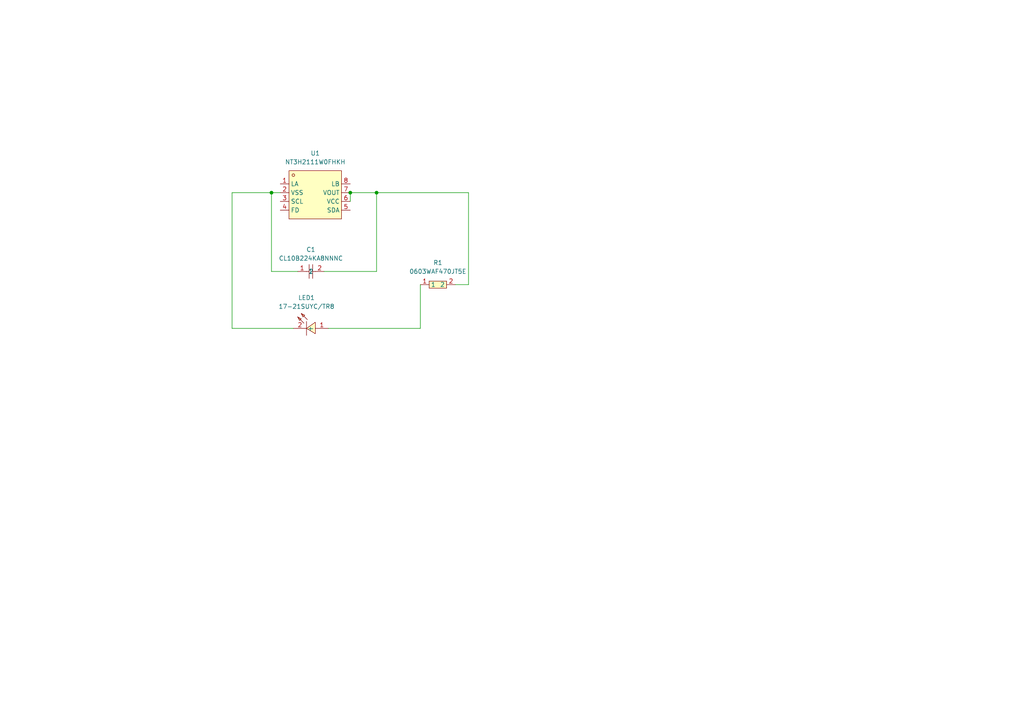
<source format=kicad_sch>
(kicad_sch
	(version 20250114)
	(generator "eeschema")
	(generator_version "9.0")
	(uuid "402a5319-a03a-4ec5-b55a-c3693a835a4f")
	(paper "A4")
	(lib_symbols
		(symbol "EasyEDA:0603WAF470JT5E"
			(exclude_from_sim no)
			(in_bom yes)
			(on_board yes)
			(property "Reference" "R"
				(at 0 5.08 0)
				(effects
					(font
						(size 1.27 1.27)
					)
				)
			)
			(property "Value" "0603WAF470JT5E"
				(at 0 -5.08 0)
				(effects
					(font
						(size 1.27 1.27)
					)
				)
			)
			(property "Footprint" "EasyEDA:R0603"
				(at 0 -7.62 0)
				(effects
					(font
						(size 1.27 1.27)
					)
					(hide yes)
				)
			)
			(property "Datasheet" "https://lcsc.com/product-detail/Chip-Resistor-Surface-Mount-UniOhm_47R-47R0-1_C23182.html"
				(at 0 -10.16 0)
				(effects
					(font
						(size 1.27 1.27)
					)
					(hide yes)
				)
			)
			(property "Description" ""
				(at 0 0 0)
				(effects
					(font
						(size 1.27 1.27)
					)
					(hide yes)
				)
			)
			(property "LCSC Part" "C23182"
				(at 0 -12.7 0)
				(effects
					(font
						(size 1.27 1.27)
					)
					(hide yes)
				)
			)
			(symbol "0603WAF470JT5E_0_1"
				(rectangle
					(start -2.54 1.02)
					(end 2.54 -1.02)
					(stroke
						(width 0)
						(type default)
					)
					(fill
						(type background)
					)
				)
				(pin input line
					(at -5.08 0 0)
					(length 2.54)
					(name "1"
						(effects
							(font
								(size 1.27 1.27)
							)
						)
					)
					(number "1"
						(effects
							(font
								(size 1.27 1.27)
							)
						)
					)
				)
				(pin input line
					(at 5.08 0 180)
					(length 2.54)
					(name "2"
						(effects
							(font
								(size 1.27 1.27)
							)
						)
					)
					(number "2"
						(effects
							(font
								(size 1.27 1.27)
							)
						)
					)
				)
			)
			(embedded_fonts no)
		)
		(symbol "EasyEDA:17-21SUYC_TR8"
			(exclude_from_sim no)
			(in_bom yes)
			(on_board yes)
			(property "Reference" "LED"
				(at 0 5.08 0)
				(effects
					(font
						(size 1.27 1.27)
					)
				)
			)
			(property "Value" "17-21SUYC/TR8"
				(at 0 -5.08 0)
				(effects
					(font
						(size 1.27 1.27)
					)
				)
			)
			(property "Footprint" "EasyEDA:LED0805-R-RD"
				(at 0 -7.62 0)
				(effects
					(font
						(size 1.27 1.27)
					)
					(hide yes)
				)
			)
			(property "Datasheet" "https://lcsc.com/product-detail/Light-Emitting-Diodes-LED_Yellow-light-0805-Highlighted_C2296.html"
				(at 0 -10.16 0)
				(effects
					(font
						(size 1.27 1.27)
					)
					(hide yes)
				)
			)
			(property "Description" ""
				(at 0 0 0)
				(effects
					(font
						(size 1.27 1.27)
					)
					(hide yes)
				)
			)
			(property "LCSC Part" "C2296"
				(at 0 -12.7 0)
				(effects
					(font
						(size 1.27 1.27)
					)
					(hide yes)
				)
			)
			(symbol "17-21SUYC_TR8_0_1"
				(polyline
					(pts
						(xy -3.81 3.3) (xy -2.79 2.79) (xy -3.3 2.29) (xy -3.81 3.3)
					)
					(stroke
						(width 0)
						(type default)
					)
					(fill
						(type background)
					)
				)
				(polyline
					(pts
						(xy -2.79 4.32) (xy -1.78 3.81) (xy -2.29 3.3) (xy -2.79 4.32)
					)
					(stroke
						(width 0)
						(type default)
					)
					(fill
						(type background)
					)
				)
				(polyline
					(pts
						(xy -2.03 1.52) (xy -3.81 3.3)
					)
					(stroke
						(width 0)
						(type default)
					)
					(fill
						(type none)
					)
				)
				(polyline
					(pts
						(xy -1.27 2.03) (xy -1.27 -2.03)
					)
					(stroke
						(width 0)
						(type default)
					)
					(fill
						(type none)
					)
				)
				(polyline
					(pts
						(xy -1.02 2.54) (xy -2.79 4.32)
					)
					(stroke
						(width 0)
						(type default)
					)
					(fill
						(type none)
					)
				)
				(polyline
					(pts
						(xy 1.27 -1.52) (xy -1.27 0) (xy 1.27 1.78) (xy 1.27 -1.52)
					)
					(stroke
						(width 0)
						(type default)
					)
					(fill
						(type background)
					)
				)
				(pin unspecified line
					(at -5.08 0 0)
					(length 3.81)
					(name "-"
						(effects
							(font
								(size 1.27 1.27)
							)
						)
					)
					(number "2"
						(effects
							(font
								(size 1.27 1.27)
							)
						)
					)
				)
				(pin unspecified line
					(at 5.08 0 180)
					(length 3.81)
					(name "+"
						(effects
							(font
								(size 1.27 1.27)
							)
						)
					)
					(number "1"
						(effects
							(font
								(size 1.27 1.27)
							)
						)
					)
				)
			)
			(embedded_fonts no)
		)
		(symbol "EasyEDA:CL10B224KA8NNNC"
			(exclude_from_sim no)
			(in_bom yes)
			(on_board yes)
			(property "Reference" "C"
				(at 0 5.08 0)
				(effects
					(font
						(size 1.27 1.27)
					)
				)
			)
			(property "Value" "CL10B224KA8NNNC"
				(at 0 -5.08 0)
				(effects
					(font
						(size 1.27 1.27)
					)
				)
			)
			(property "Footprint" "EasyEDA:C0603"
				(at 0 -7.62 0)
				(effects
					(font
						(size 1.27 1.27)
					)
					(hide yes)
				)
			)
			(property "Datasheet" "https://lcsc.com/product-detail/Multilayer-Ceramic-Capacitors-MLCC-SMD-SMT_SAMSUNG_CL10B224KA8NNNC_220nF-224-10-25V_C21120.html"
				(at 0 -10.16 0)
				(effects
					(font
						(size 1.27 1.27)
					)
					(hide yes)
				)
			)
			(property "Description" ""
				(at 0 0 0)
				(effects
					(font
						(size 1.27 1.27)
					)
					(hide yes)
				)
			)
			(property "LCSC Part" "C21120"
				(at 0 -12.7 0)
				(effects
					(font
						(size 1.27 1.27)
					)
					(hide yes)
				)
			)
			(symbol "CL10B224KA8NNNC_0_1"
				(polyline
					(pts
						(xy -1.27 0) (xy -0.51 0)
					)
					(stroke
						(width 0)
						(type default)
					)
					(fill
						(type none)
					)
				)
				(polyline
					(pts
						(xy -0.51 2.03) (xy -0.51 -2.03)
					)
					(stroke
						(width 0)
						(type default)
					)
					(fill
						(type none)
					)
				)
				(polyline
					(pts
						(xy 0.51 2.03) (xy 0.51 -2.03)
					)
					(stroke
						(width 0)
						(type default)
					)
					(fill
						(type none)
					)
				)
				(polyline
					(pts
						(xy 0.51 0) (xy 1.27 0)
					)
					(stroke
						(width 0)
						(type default)
					)
					(fill
						(type none)
					)
				)
				(pin input line
					(at -3.81 0 0)
					(length 2.54)
					(name "1"
						(effects
							(font
								(size 1.27 1.27)
							)
						)
					)
					(number "1"
						(effects
							(font
								(size 1.27 1.27)
							)
						)
					)
				)
				(pin input line
					(at 3.81 0 180)
					(length 2.54)
					(name "2"
						(effects
							(font
								(size 1.27 1.27)
							)
						)
					)
					(number "2"
						(effects
							(font
								(size 1.27 1.27)
							)
						)
					)
				)
			)
			(embedded_fonts no)
		)
		(symbol "EasyEDA:NT3H2111W0FHKH"
			(exclude_from_sim no)
			(in_bom yes)
			(on_board yes)
			(property "Reference" "U"
				(at 0 8.89 0)
				(effects
					(font
						(size 1.27 1.27)
					)
				)
			)
			(property "Value" "NT3H2111W0FHKH"
				(at 0 -8.89 0)
				(effects
					(font
						(size 1.27 1.27)
					)
				)
			)
			(property "Footprint" "EasyEDA:XQFN-8_L1.6-W1.6-P0.50-BL_NT3H2111W0FHKH"
				(at 0 -11.43 0)
				(effects
					(font
						(size 1.27 1.27)
					)
					(hide yes)
				)
			)
			(property "Datasheet" ""
				(at 0 0 0)
				(effects
					(font
						(size 1.27 1.27)
					)
					(hide yes)
				)
			)
			(property "Description" ""
				(at 0 0 0)
				(effects
					(font
						(size 1.27 1.27)
					)
					(hide yes)
				)
			)
			(property "LCSC Part" "C710403"
				(at 0 -13.97 0)
				(effects
					(font
						(size 1.27 1.27)
					)
					(hide yes)
				)
			)
			(symbol "NT3H2111W0FHKH_0_1"
				(rectangle
					(start -7.62 7.62)
					(end 7.62 -6.35)
					(stroke
						(width 0)
						(type default)
					)
					(fill
						(type background)
					)
				)
				(circle
					(center -6.35 6.35)
					(radius 0.38)
					(stroke
						(width 0)
						(type default)
					)
					(fill
						(type none)
					)
				)
				(pin unspecified line
					(at -10.16 3.81 0)
					(length 2.54)
					(name "LA"
						(effects
							(font
								(size 1.27 1.27)
							)
						)
					)
					(number "1"
						(effects
							(font
								(size 1.27 1.27)
							)
						)
					)
				)
				(pin unspecified line
					(at -10.16 1.27 0)
					(length 2.54)
					(name "VSS"
						(effects
							(font
								(size 1.27 1.27)
							)
						)
					)
					(number "2"
						(effects
							(font
								(size 1.27 1.27)
							)
						)
					)
				)
				(pin unspecified line
					(at -10.16 -1.27 0)
					(length 2.54)
					(name "SCL"
						(effects
							(font
								(size 1.27 1.27)
							)
						)
					)
					(number "3"
						(effects
							(font
								(size 1.27 1.27)
							)
						)
					)
				)
				(pin unspecified line
					(at -10.16 -3.81 0)
					(length 2.54)
					(name "FD"
						(effects
							(font
								(size 1.27 1.27)
							)
						)
					)
					(number "4"
						(effects
							(font
								(size 1.27 1.27)
							)
						)
					)
				)
				(pin unspecified line
					(at 10.16 3.81 180)
					(length 2.54)
					(name "LB"
						(effects
							(font
								(size 1.27 1.27)
							)
						)
					)
					(number "8"
						(effects
							(font
								(size 1.27 1.27)
							)
						)
					)
				)
				(pin unspecified line
					(at 10.16 1.27 180)
					(length 2.54)
					(name "VOUT"
						(effects
							(font
								(size 1.27 1.27)
							)
						)
					)
					(number "7"
						(effects
							(font
								(size 1.27 1.27)
							)
						)
					)
				)
				(pin unspecified line
					(at 10.16 -1.27 180)
					(length 2.54)
					(name "VCC"
						(effects
							(font
								(size 1.27 1.27)
							)
						)
					)
					(number "6"
						(effects
							(font
								(size 1.27 1.27)
							)
						)
					)
				)
				(pin unspecified line
					(at 10.16 -3.81 180)
					(length 2.54)
					(name "SDA"
						(effects
							(font
								(size 1.27 1.27)
							)
						)
					)
					(number "5"
						(effects
							(font
								(size 1.27 1.27)
							)
						)
					)
				)
			)
			(embedded_fonts no)
		)
	)
	(junction
		(at 109.22 55.88)
		(diameter 0)
		(color 0 0 0 0)
		(uuid "17f33d56-c119-4575-b54a-36f19a51a66d")
	)
	(junction
		(at 78.74 55.88)
		(diameter 0)
		(color 0 0 0 0)
		(uuid "d6bebd60-35df-4a11-9cd2-88eef37845a0")
	)
	(junction
		(at 101.6 55.88)
		(diameter 0)
		(color 0 0 0 0)
		(uuid "d9d4e435-a7d4-43ab-8d11-0df63164a4dd")
	)
	(wire
		(pts
			(xy 132.08 82.55) (xy 135.89 82.55)
		)
		(stroke
			(width 0)
			(type default)
		)
		(uuid "06f40b98-9d89-46e8-8b68-007df08d66c1")
	)
	(wire
		(pts
			(xy 67.31 55.88) (xy 78.74 55.88)
		)
		(stroke
			(width 0)
			(type default)
		)
		(uuid "1d8f02d6-bb1f-41c0-ac80-d5aff79a68d2")
	)
	(wire
		(pts
			(xy 101.6 55.88) (xy 101.6 58.42)
		)
		(stroke
			(width 0)
			(type default)
		)
		(uuid "1f89c6e2-7c40-465e-85a0-51ae7444b506")
	)
	(wire
		(pts
			(xy 109.22 55.88) (xy 135.89 55.88)
		)
		(stroke
			(width 0)
			(type default)
		)
		(uuid "2a8149e2-afd2-4df2-915b-4fc986552cef")
	)
	(wire
		(pts
			(xy 121.92 95.25) (xy 121.92 82.55)
		)
		(stroke
			(width 0)
			(type default)
		)
		(uuid "4eb8390e-ec9c-4cca-b403-27bf8d541843")
	)
	(wire
		(pts
			(xy 135.89 55.88) (xy 135.89 82.55)
		)
		(stroke
			(width 0)
			(type default)
		)
		(uuid "5f2a8e89-7cb0-4bec-a5b9-6b6de574fd68")
	)
	(wire
		(pts
			(xy 78.74 78.74) (xy 86.36 78.74)
		)
		(stroke
			(width 0)
			(type default)
		)
		(uuid "70e7c63c-db44-405e-bea7-96817f72d9df")
	)
	(wire
		(pts
			(xy 109.22 55.88) (xy 109.22 78.74)
		)
		(stroke
			(width 0)
			(type default)
		)
		(uuid "952efc76-a89e-4b27-9eb4-c11ab81b71c1")
	)
	(wire
		(pts
			(xy 67.31 95.25) (xy 67.31 55.88)
		)
		(stroke
			(width 0)
			(type default)
		)
		(uuid "a98596f4-77f2-46d4-86d5-a54e4139eab2")
	)
	(wire
		(pts
			(xy 85.09 95.25) (xy 67.31 95.25)
		)
		(stroke
			(width 0)
			(type default)
		)
		(uuid "c7c53c1b-25e7-45a1-93b6-5c898a2fdae1")
	)
	(wire
		(pts
			(xy 95.25 95.25) (xy 121.92 95.25)
		)
		(stroke
			(width 0)
			(type default)
		)
		(uuid "c96cc78a-176d-45db-ad27-6a6b83bf3bf7")
	)
	(wire
		(pts
			(xy 78.74 55.88) (xy 78.74 78.74)
		)
		(stroke
			(width 0)
			(type default)
		)
		(uuid "cb3d7629-ee42-4830-a976-f8545c506bfa")
	)
	(wire
		(pts
			(xy 101.6 55.88) (xy 109.22 55.88)
		)
		(stroke
			(width 0)
			(type default)
		)
		(uuid "cd803310-8e73-4a30-be12-96362efa7ea0")
	)
	(wire
		(pts
			(xy 78.74 55.88) (xy 81.28 55.88)
		)
		(stroke
			(width 0)
			(type default)
		)
		(uuid "f15b58c3-972e-4adf-8940-bae5cad0cee9")
	)
	(wire
		(pts
			(xy 93.98 78.74) (xy 109.22 78.74)
		)
		(stroke
			(width 0)
			(type default)
		)
		(uuid "fc71e932-6661-4ba5-8cba-9d6ac5d89fac")
	)
	(symbol
		(lib_id "EasyEDA:0603WAF470JT5E")
		(at 127 82.55 0)
		(unit 1)
		(exclude_from_sim no)
		(in_bom yes)
		(on_board yes)
		(dnp no)
		(fields_autoplaced yes)
		(uuid "81cb0fa7-733e-4503-a8fc-fc26c8f3cd73")
		(property "Reference" "R1"
			(at 127 76.2 0)
			(effects
				(font
					(size 1.27 1.27)
				)
			)
		)
		(property "Value" "0603WAF470JT5E"
			(at 127 78.74 0)
			(effects
				(font
					(size 1.27 1.27)
				)
			)
		)
		(property "Footprint" "EasyEDA:R0603"
			(at 127 90.17 0)
			(effects
				(font
					(size 1.27 1.27)
				)
				(hide yes)
			)
		)
		(property "Datasheet" "https://lcsc.com/product-detail/Chip-Resistor-Surface-Mount-UniOhm_47R-47R0-1_C23182.html"
			(at 127 92.71 0)
			(effects
				(font
					(size 1.27 1.27)
				)
				(hide yes)
			)
		)
		(property "Description" ""
			(at 127 82.55 0)
			(effects
				(font
					(size 1.27 1.27)
				)
				(hide yes)
			)
		)
		(property "LCSC Part" "C23182"
			(at 127 95.25 0)
			(effects
				(font
					(size 1.27 1.27)
				)
				(hide yes)
			)
		)
		(pin "2"
			(uuid "44d89a32-1241-4a4a-bb79-71df03167d78")
		)
		(pin "1"
			(uuid "7c4677d5-f472-42df-ad8b-c1435813fd29")
		)
		(instances
			(project ""
				(path "/402a5319-a03a-4ec5-b55a-c3693a835a4f"
					(reference "R1")
					(unit 1)
				)
			)
		)
	)
	(symbol
		(lib_id "EasyEDA:NT3H2111W0FHKH")
		(at 91.44 57.15 0)
		(unit 1)
		(exclude_from_sim no)
		(in_bom yes)
		(on_board yes)
		(dnp no)
		(fields_autoplaced yes)
		(uuid "881ec555-4a12-4612-aaec-df4501c6d38c")
		(property "Reference" "U1"
			(at 91.44 44.45 0)
			(effects
				(font
					(size 1.27 1.27)
				)
			)
		)
		(property "Value" "NT3H2111W0FHKH"
			(at 91.44 46.99 0)
			(effects
				(font
					(size 1.27 1.27)
				)
			)
		)
		(property "Footprint" "EasyEDA:XQFN-8_L1.6-W1.6-P0.50-BL_NT3H2111W0FHKH"
			(at 91.44 68.58 0)
			(effects
				(font
					(size 1.27 1.27)
				)
				(hide yes)
			)
		)
		(property "Datasheet" ""
			(at 91.44 57.15 0)
			(effects
				(font
					(size 1.27 1.27)
				)
				(hide yes)
			)
		)
		(property "Description" ""
			(at 91.44 57.15 0)
			(effects
				(font
					(size 1.27 1.27)
				)
				(hide yes)
			)
		)
		(property "LCSC Part" "C710403"
			(at 91.44 71.12 0)
			(effects
				(font
					(size 1.27 1.27)
				)
				(hide yes)
			)
		)
		(pin "2"
			(uuid "ac070691-a78e-41d2-aa7d-471cd9e046a5")
		)
		(pin "3"
			(uuid "29658c50-de6b-4ce7-b757-a5203b7be3d6")
		)
		(pin "4"
			(uuid "e312b4da-c061-41f7-a07e-4d3e505cae47")
		)
		(pin "8"
			(uuid "3c66a0d9-1a67-4d53-a153-c3e4862194eb")
		)
		(pin "7"
			(uuid "f339dd17-9f66-4f9b-bd02-6c637aade35a")
		)
		(pin "6"
			(uuid "93c19c94-b086-43c3-a006-f4dadfef61f6")
		)
		(pin "5"
			(uuid "3b06a967-2f27-4904-bc41-60f09d4d42e5")
		)
		(pin "1"
			(uuid "c03a95a7-e8d9-4ec7-b363-72dce6623cb1")
		)
		(instances
			(project ""
				(path "/402a5319-a03a-4ec5-b55a-c3693a835a4f"
					(reference "U1")
					(unit 1)
				)
			)
		)
	)
	(symbol
		(lib_id "EasyEDA:CL10B224KA8NNNC")
		(at 90.17 78.74 0)
		(unit 1)
		(exclude_from_sim no)
		(in_bom yes)
		(on_board yes)
		(dnp no)
		(fields_autoplaced yes)
		(uuid "92fab0c9-d1ea-4116-b35a-fd642083ee73")
		(property "Reference" "C1"
			(at 90.17 72.39 0)
			(effects
				(font
					(size 1.27 1.27)
				)
			)
		)
		(property "Value" "CL10B224KA8NNNC"
			(at 90.17 74.93 0)
			(effects
				(font
					(size 1.27 1.27)
				)
			)
		)
		(property "Footprint" "EasyEDA:C0603"
			(at 90.17 86.36 0)
			(effects
				(font
					(size 1.27 1.27)
				)
				(hide yes)
			)
		)
		(property "Datasheet" "https://lcsc.com/product-detail/Multilayer-Ceramic-Capacitors-MLCC-SMD-SMT_SAMSUNG_CL10B224KA8NNNC_220nF-224-10-25V_C21120.html"
			(at 90.17 88.9 0)
			(effects
				(font
					(size 1.27 1.27)
				)
				(hide yes)
			)
		)
		(property "Description" ""
			(at 90.17 78.74 0)
			(effects
				(font
					(size 1.27 1.27)
				)
				(hide yes)
			)
		)
		(property "LCSC Part" "C21120"
			(at 90.17 91.44 0)
			(effects
				(font
					(size 1.27 1.27)
				)
				(hide yes)
			)
		)
		(pin "1"
			(uuid "794521ba-13d7-4df3-b2ba-9368b27b2b40")
		)
		(pin "2"
			(uuid "a8ce9890-cb60-4caa-a7b2-43545b3f8fdd")
		)
		(instances
			(project ""
				(path "/402a5319-a03a-4ec5-b55a-c3693a835a4f"
					(reference "C1")
					(unit 1)
				)
			)
		)
	)
	(symbol
		(lib_id "EasyEDA:17-21SUYC_TR8")
		(at 90.17 95.25 0)
		(unit 1)
		(exclude_from_sim no)
		(in_bom yes)
		(on_board yes)
		(dnp no)
		(fields_autoplaced yes)
		(uuid "d08d5964-9f3a-4c7a-9c0b-5a841078732f")
		(property "Reference" "LED1"
			(at 88.9 86.36 0)
			(effects
				(font
					(size 1.27 1.27)
				)
			)
		)
		(property "Value" "17-21SUYC/TR8"
			(at 88.9 88.9 0)
			(effects
				(font
					(size 1.27 1.27)
				)
			)
		)
		(property "Footprint" "EasyEDA:LED0805-R-RD"
			(at 90.17 102.87 0)
			(effects
				(font
					(size 1.27 1.27)
				)
				(hide yes)
			)
		)
		(property "Datasheet" "https://lcsc.com/product-detail/Light-Emitting-Diodes-LED_Yellow-light-0805-Highlighted_C2296.html"
			(at 90.17 105.41 0)
			(effects
				(font
					(size 1.27 1.27)
				)
				(hide yes)
			)
		)
		(property "Description" ""
			(at 90.17 95.25 0)
			(effects
				(font
					(size 1.27 1.27)
				)
				(hide yes)
			)
		)
		(property "LCSC Part" "C2296"
			(at 90.17 107.95 0)
			(effects
				(font
					(size 1.27 1.27)
				)
				(hide yes)
			)
		)
		(pin "2"
			(uuid "e2e67c61-e54c-4fca-b440-aeb3f0753029")
		)
		(pin "1"
			(uuid "9f3d9b5a-f807-4dbf-a429-ac78aaa681b8")
		)
		(instances
			(project ""
				(path "/402a5319-a03a-4ec5-b55a-c3693a835a4f"
					(reference "LED1")
					(unit 1)
				)
			)
		)
	)
	(sheet_instances
		(path "/"
			(page "1")
		)
	)
	(embedded_fonts no)
)

</source>
